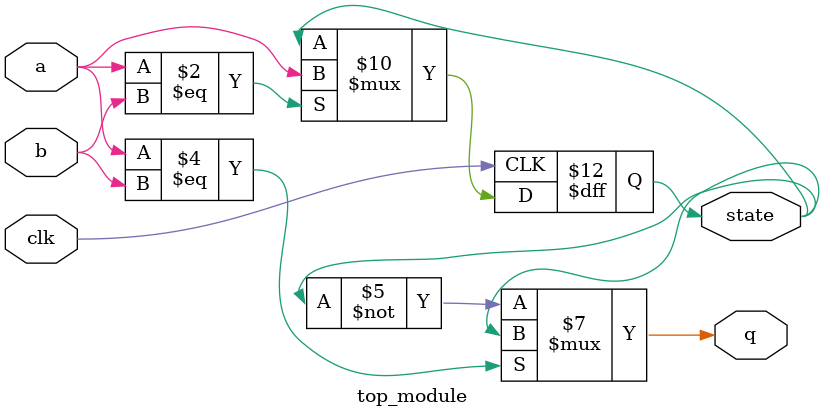
<source format=v>
module top_module (
    input clk,
    input a,
    input b,
    output q,
    output state  );
    
    always @(posedge clk) begin
        if(a==b)
            state <= a;
        else 
            state <= state;
    end
    
    always @(*) begin
        if(a==b)
            q <= state;
        else 
            q <= ~state;
    end
    

endmodule

</source>
